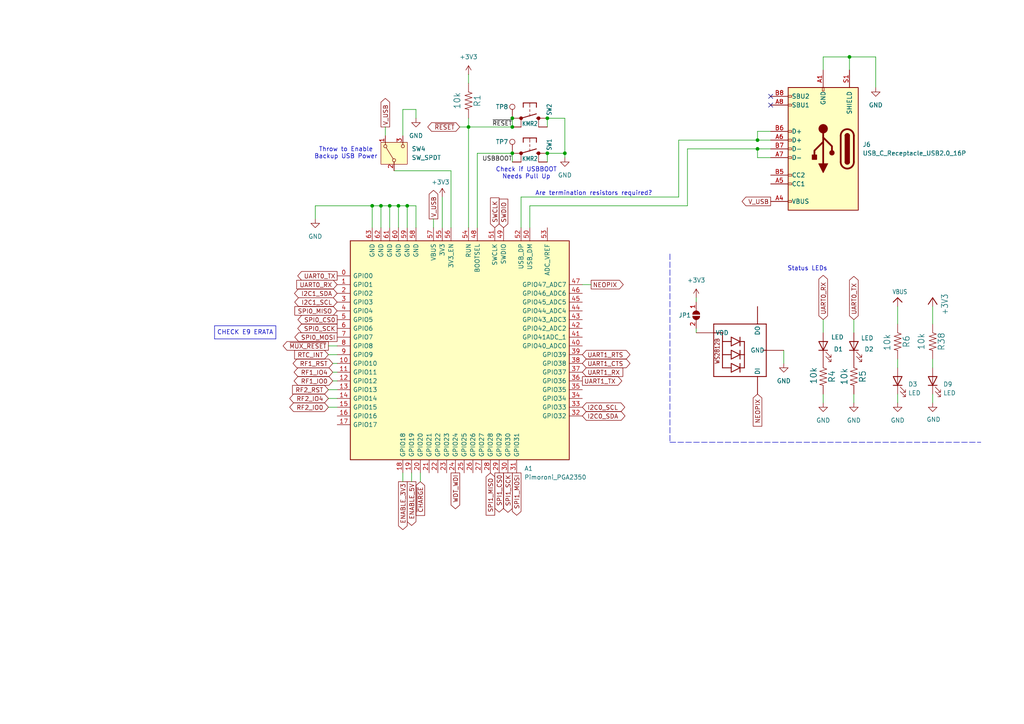
<source format=kicad_sch>
(kicad_sch (version 20231120) (generator "eeschema") (generator_version "8.0")
  (paper "A4")
  (lib_symbols
    (symbol "+3V3_2" (power) (pin_numbers hide) (pin_names (offset 0) hide)
      (property "Value" "+3V3" (at 0 3.556 0))
      (symbol "+3V3_2_0_1"
        (polyline (pts (xy -0.762 1.27) (xy 0 2.54)))
        (polyline (pts (xy 0 0) (xy 0 2.54)))
        (polyline (pts (xy 0 2.54) (xy 0.762 1.27)))
      )
      (symbol "+3V3_2_1_1"
        (pin power_in line (at 0 0 90) (length 0) (name "~") (number "1"))
      )
    )
    (symbol "Adafruit ItsyBitsy RP2040-eagle-import:+3V3" (power)
      (property "Value" "+3V3" (at -2.54 -5.08 90))
      (symbol "+3V3_1_0"
        (polyline (pts (xy 0 0) (xy -1.27 -1.905)) (stroke (width 0.254)))
        (polyline (pts (xy 1.27 -1.905) (xy 0 0)) (stroke (width 0.254)))
        (pin power_in line (at 0 -2.54 90) (length 2.54) (name "+3V3") (number "1"))
      )
    )
    (symbol "Adafruit ItsyBitsy RP2040-eagle-import:SWITCH_TACT_SMT4.6X2.8"
      (property "Reference" "SW" (at -2.54 6.35 0))
      (property "Value" "SWITCH_TACT_SMT4.6X2.8" (at -2.54 -5.08 0))
      (symbol "SWITCH_TACT_SMT4.6X2.8_1_0"
        (circle (center -2.54 0) (radius 0.127) (stroke (width 0.4064)))
        (polyline (pts (xy -2.54 -2.54) (xy -2.54 0)) (stroke (width 0.1524)))
        (polyline (pts (xy -2.54 0) (xy 1.905 1.27)) (stroke (width 0.254)))
        (polyline (pts (xy -1.905 4.445) (xy -1.905 3.175)) (stroke (width 0.254)))
        (polyline (pts (xy 0 1.27) (xy 0 0.635)) (stroke (width 0.1524)))
        (polyline (pts (xy 0 2.54) (xy 0 1.905)) (stroke (width 0.1524)))
        (polyline (pts (xy 0 4.445) (xy -1.905 4.445)) (stroke (width 0.254)))
        (polyline (pts (xy 0 4.445) (xy 0 3.175)) (stroke (width 0.1524)))
        (polyline (pts (xy 1.905 0) (xy 2.54 0)) (stroke (width 0.254)))
        (polyline (pts (xy 1.905 4.445) (xy 0 4.445)) (stroke (width 0.254)))
        (polyline (pts (xy 1.905 4.445) (xy 1.905 3.175)) (stroke (width 0.254)))
        (polyline (pts (xy 2.54 -2.54) (xy 2.54 0)) (stroke (width 0.1524)))
        (circle (center 2.54 0) (radius 0.127) (stroke (width 0.4064)))
        (pin passive line (at -5.08 0 0) (length 2.54) (name "P") (number "A"))
        (pin passive line (at -5.08 -2.54 0) (length 2.54) (name "P1") (number "A'"))
        (pin passive line (at 5.08 0 180) (length 2.54) (name "S") (number "B"))
        (pin passive line (at 5.08 -2.54 180) (length 2.54) (name "S1") (number "B'"))
      )
    )
    (symbol "Adafruit ItsyBitsy RP2040-eagle-import:VBUS" (power)
      (property "Value" "VBUS" (at -1.524 1.016 0))
      (symbol "VBUS_1_0"
        (polyline (pts (xy -1.27 -1.27) (xy 0 0)) (stroke (width 0.254)))
        (polyline (pts (xy 0 0) (xy 1.27 -1.27)) (stroke (width 0.254)))
        (pin power_in line (at 0 -2.54 90) (length 2.54) (name "VBUS") (number "1"))
      )
    )
    (symbol "Adafruit ItsyBitsy RP2040-eagle-import:WS2812B_SK6805_1515"
      (symbol "WS2812B_SK6805_1515_1_0"
        (polyline (pts (xy -7.62 -5.08) (xy 0 -5.08)) (stroke (width 0.254)))
        (polyline (pts (xy -7.62 -2.54) (xy -7.62 -5.08)) (stroke (width 0.254)))
        (polyline (pts (xy -7.62 10.16) (xy -7.62 -2.54)) (stroke (width 0.254)))
        (polyline (pts (xy -6.35 2.54) (xy -5.08 2.54)) (stroke (width 0.254)))
        (polyline (pts (xy -6.35 5.08) (xy -5.08 5.08)) (stroke (width 0.254)))
        (polyline (pts (xy -5.08 2.54) (xy -6.35 5.08)) (stroke (width 0.254)))
        (polyline (pts (xy -5.08 2.54) (xy -5.08 1.27)) (stroke (width 0.254)))
        (polyline (pts (xy -5.08 2.54) (xy -3.81 5.08)) (stroke (width 0.254)))
        (polyline (pts (xy -5.08 5.08) (xy -3.81 5.08)) (stroke (width 0.254)))
        (polyline (pts (xy -5.08 7.62) (xy -5.08 5.08)) (stroke (width 0.254)))
        (polyline (pts (xy -3.81 2.54) (xy -5.08 2.54)) (stroke (width 0.254)))
        (polyline (pts (xy -2.54 2.54) (xy -1.27 2.54)) (stroke (width 0.254)))
        (polyline (pts (xy -2.54 5.08) (xy 0 5.08)) (stroke (width 0.254)))
        (polyline (pts (xy -1.27 1.27) (xy -5.08 1.27)) (stroke (width 0.254)))
        (polyline (pts (xy -1.27 2.54) (xy -2.54 5.08)) (stroke (width 0.254)))
        (polyline (pts (xy -1.27 2.54) (xy -1.27 1.27)) (stroke (width 0.254)))
        (polyline (pts (xy -1.27 2.54) (xy 0 2.54)) (stroke (width 0.254)))
        (polyline (pts (xy -1.27 5.08) (xy -1.27 7.62)) (stroke (width 0.254)))
        (polyline (pts (xy -1.27 7.62) (xy -5.08 7.62)) (stroke (width 0.254)))
        (polyline (pts (xy 0 -5.08) (xy 7.62 -5.08)) (stroke (width 0.254)))
        (polyline (pts (xy 0 -4.064) (xy 0 -5.08)) (stroke (width 0.254)))
        (polyline (pts (xy 0 5.08) (xy -1.27 2.54)) (stroke (width 0.254)))
        (polyline (pts (xy 1.27 5.08) (xy 2.54 2.54)) (stroke (width 0.254)))
        (polyline (pts (xy 1.27 5.08) (xy 2.54 5.08)) (stroke (width 0.254)))
        (polyline (pts (xy 2.54 1.27) (xy -1.27 1.27)) (stroke (width 0.254)))
        (polyline (pts (xy 2.54 2.54) (xy 1.27 2.54)) (stroke (width 0.254)))
        (polyline (pts (xy 2.54 2.54) (xy 2.54 1.27)) (stroke (width 0.254)))
        (polyline (pts (xy 2.54 2.54) (xy 3.81 2.54)) (stroke (width 0.254)))
        (polyline (pts (xy 2.54 2.54) (xy 3.81 5.08)) (stroke (width 0.254)))
        (polyline (pts (xy 2.54 5.08) (xy 2.54 7.62)) (stroke (width 0.254)))
        (polyline (pts (xy 2.54 7.62) (xy -1.27 7.62)) (stroke (width 0.254)))
        (polyline (pts (xy 2.54 7.62) (xy 5.08 7.62)) (stroke (width 0.254)))
        (polyline (pts (xy 3.81 5.08) (xy 2.54 5.08)) (stroke (width 0.254)))
        (polyline (pts (xy 5.08 10.16) (xy -7.62 10.16)) (stroke (width 0.254)))
        (polyline (pts (xy 5.08 10.16) (xy 5.08 7.62)) (stroke (width 0.254)))
        (polyline (pts (xy 7.62 -5.08) (xy 7.62 -2.54)) (stroke (width 0.254)))
        (polyline (pts (xy 7.62 -2.54) (xy 7.62 10.16)) (stroke (width 0.254)))
        (polyline (pts (xy 7.62 10.16) (xy 5.08 10.16)) (stroke (width 0.254)))
        (text "WS2812B" (at -4.064 8.382 0) (effects (font (size 1.27 1.0795)) (justify left bottom)))
        (pin power_in line (at 5.08 15.24 270) (length 5.08) (name "VDD") (number "1"))
        (pin output line (at 12.7 -2.54 180) (length 5.08) (name "DO") (number "2"))
        (pin power_in line (at 0 -10.16 90) (length 5.08) (name "GND") (number "3"))
        (pin input line (at -12.7 -2.54 0) (length 5.08) (name "DI") (number "4"))
      )
    )
    (symbol "Connector:TestPoint" (pin_numbers hide) (pin_names (offset 0.762) hide)
      (property "Reference" "TP" (at 0 6.858 0))
      (property "Value" "TestPoint" (at 0 5.08 0))
      (symbol "TestPoint_0_1"
        (circle (center 0 3.302) (radius 0.762))
      )
      (symbol "TestPoint_1_1"
        (pin passive line (at 0 0 90) (length 2.54) (name "1") (number "1"))
      )
    )
    (symbol "Connector:USB_C_Receptacle_USB2.0_16P" (pin_names (offset 1.016))
      (property "Reference" "J" (at 0 22.225 0))
      (property "Value" "USB_C_Receptacle_USB2.0_16P" (at 0 19.685 0))
      (symbol "USB_C_Receptacle_USB2.0_16P_0_0"
        (rectangle (start -0.254 -17.78) (end 0.254 -16.764))
        (rectangle (start 10.16 -14.986) (end 9.144 -15.494))
        (rectangle (start 10.16 -12.446) (end 9.144 -12.954))
        (rectangle (start 10.16 -4.826) (end 9.144 -5.334))
        (rectangle (start 10.16 -2.286) (end 9.144 -2.794))
        (rectangle (start 10.16 0.254) (end 9.144 -0.254))
        (rectangle (start 10.16 2.794) (end 9.144 2.286))
        (rectangle (start 10.16 7.874) (end 9.144 7.366))
        (rectangle (start 10.16 10.414) (end 9.144 9.906))
        (rectangle (start 10.16 15.494) (end 9.144 14.986))
      )
      (symbol "USB_C_Receptacle_USB2.0_16P_0_1"
        (rectangle (start -10.16 17.78) (end 10.16 -17.78) (stroke (width 0.254)) (fill (type background)))
        (arc (start -8.89 -3.81) (mid -6.985 -5.7067) (end -5.08 -3.81) (stroke (width 0.508)))
        (arc (start -7.62 -3.81) (mid -6.985 -4.4423) (end -6.35 -3.81) (stroke (width 0.254)))
        (arc (start -7.62 -3.81) (mid -6.985 -4.4423) (end -6.35 -3.81) (stroke (width 0.254)) (fill (type outline)))
        (rectangle (start -7.62 -3.81) (end -6.35 3.81) (stroke (width 0.254)) (fill (type outline)))
        (arc (start -6.35 3.81) (mid -6.985 4.4423) (end -7.62 3.81) (stroke (width 0.254)))
        (arc (start -6.35 3.81) (mid -6.985 4.4423) (end -7.62 3.81) (stroke (width 0.254)) (fill (type outline)))
        (arc (start -5.08 3.81) (mid -6.985 5.7067) (end -8.89 3.81) (stroke (width 0.508)))
        (circle (center -2.54 1.143) (radius 0.635) (stroke (width 0.254)) (fill (type outline)))
        (circle (center 0 -5.842) (radius 1.27) (fill (type outline)))
        (polyline (pts (xy -8.89 -3.81) (xy -8.89 3.81)) (stroke (width 0.508)))
        (polyline (pts (xy -5.08 3.81) (xy -5.08 -3.81)) (stroke (width 0.508)))
        (polyline (pts (xy 0 -5.842) (xy 0 4.318)) (stroke (width 0.508)))
        (polyline (pts (xy 0 -3.302) (xy -2.54 -0.762) (xy -2.54 0.508)) (stroke (width 0.508)))
        (polyline (pts (xy 0 -2.032) (xy 2.54 0.508) (xy 2.54 1.778)) (stroke (width 0.508)))
        (polyline (pts (xy -1.27 4.318) (xy 0 6.858) (xy 1.27 4.318) (xy -1.27 4.318)) (stroke (width 0.254)) (fill (type outline)))
        (rectangle (start 1.905 1.778) (end 3.175 3.048) (stroke (width 0.254)) (fill (type outline)))
      )
      (symbol "USB_C_Receptacle_USB2.0_16P_1_1"
        (pin passive line (at 0 -22.86 90) (length 5.08) (name "GND") (number "A1"))
        (pin passive line (at 0 -22.86 90) (length 5.08) hide (name "GND") (number "A12"))
        (pin passive line (at 15.24 15.24 180) (length 5.08) (name "VBUS") (number "A4"))
        (pin bidirectional line (at 15.24 10.16 180) (length 5.08) (name "CC1") (number "A5"))
        (pin bidirectional line (at 15.24 -2.54 180) (length 5.08) (name "D+") (number "A6"))
        (pin bidirectional line (at 15.24 2.54 180) (length 5.08) (name "D-") (number "A7"))
        (pin bidirectional line (at 15.24 -12.7 180) (length 5.08) (name "SBU1") (number "A8"))
        (pin passive line (at 15.24 15.24 180) (length 5.08) hide (name "VBUS") (number "A9"))
        (pin passive line (at 0 -22.86 90) (length 5.08) hide (name "GND") (number "B1"))
        (pin passive line (at 0 -22.86 90) (length 5.08) hide (name "GND") (number "B12"))
        (pin passive line (at 15.24 15.24 180) (length 5.08) hide (name "VBUS") (number "B4"))
        (pin bidirectional line (at 15.24 7.62 180) (length 5.08) (name "CC2") (number "B5"))
        (pin bidirectional line (at 15.24 -5.08 180) (length 5.08) (name "D+") (number "B6"))
        (pin bidirectional line (at 15.24 0 180) (length 5.08) (name "D-") (number "B7"))
        (pin bidirectional line (at 15.24 -15.24 180) (length 5.08) (name "SBU2") (number "B8"))
        (pin passive line (at 15.24 15.24 180) (length 5.08) hide (name "VBUS") (number "B9"))
        (pin passive line (at -7.62 -22.86 90) (length 5.08) (name "SHIELD") (number "S1"))
      )
    )
    (symbol "Device:LED" (pin_numbers hide) (pin_names (offset 1.016) hide)
      (property "Reference" "D" (at 0 2.54 0))
      (property "Value" "LED" (at 0 -2.54 0))
      (symbol "LED_0_1"
        (polyline (pts (xy -1.27 -1.27) (xy -1.27 1.27)) (stroke (width 0.254)))
        (polyline (pts (xy -1.27 0) (xy 1.27 0)))
        (polyline (pts (xy 1.27 -1.27) (xy 1.27 1.27) (xy -1.27 0) (xy 1.27 -1.27)) (stroke (width 0.254)))
        (polyline (pts (xy -3.048 -0.762) (xy -4.572 -2.286) (xy -3.81 -2.286) (xy -4.572 -2.286) (xy -4.572 -1.524)))
        (polyline (pts (xy -1.778 -0.762) (xy -3.302 -2.286) (xy -2.54 -2.286) (xy -3.302 -2.286) (xy -3.302 -1.524)))
      )
      (symbol "LED_1_1"
        (pin passive line (at -3.81 0 0) (length 2.54) (name "K") (number "1"))
        (pin passive line (at 3.81 0 180) (length 2.54) (name "A") (number "2"))
      )
    )
    (symbol "Device:R_Pack04" (pin_names (offset 0) hide)
      (property "Reference" "RN" (at -7.62 0 90))
      (property "Value" "R_Pack04" (at 5.08 0 90))
      (symbol "R_Pack04_0_1"
        (rectangle (start -6.35 -2.413) (end 3.81 2.413) (stroke (width 0.254)) (fill (type background)))
        (rectangle (start -5.715 1.905) (end -4.445 -1.905) (stroke (width 0.254)))
        (rectangle (start -3.175 1.905) (end -1.905 -1.905) (stroke (width 0.254)))
        (rectangle (start -0.635 1.905) (end 0.635 -1.905) (stroke (width 0.254)))
        (polyline (pts (xy -5.08 -2.54) (xy -5.08 -1.905)))
        (polyline (pts (xy -5.08 1.905) (xy -5.08 2.54)))
        (polyline (pts (xy -2.54 -2.54) (xy -2.54 -1.905)))
        (polyline (pts (xy -2.54 1.905) (xy -2.54 2.54)))
        (polyline (pts (xy 0 -2.54) (xy 0 -1.905)))
        (polyline (pts (xy 0 1.905) (xy 0 2.54)))
        (polyline (pts (xy 2.54 -2.54) (xy 2.54 -1.905)))
        (polyline (pts (xy 2.54 1.905) (xy 2.54 2.54)))
        (rectangle (start 1.905 1.905) (end 3.175 -1.905) (stroke (width 0.254)))
      )
      (symbol "R_Pack04_1_1"
        (pin passive line (at -5.08 -5.08 90) (length 2.54) (name "R1.1") (number "1"))
        (pin passive line (at -2.54 -5.08 90) (length 2.54) (name "R2.1") (number "2"))
        (pin passive line (at 0 -5.08 90) (length 2.54) (name "R3.1") (number "3"))
        (pin passive line (at 2.54 -5.08 90) (length 2.54) (name "R4.1") (number "4"))
        (pin passive line (at 2.54 5.08 270) (length 2.54) (name "R4.2") (number "5"))
        (pin passive line (at 0 5.08 270) (length 2.54) (name "R3.2") (number "6"))
        (pin passive line (at -2.54 5.08 270) (length 2.54) (name "R2.2") (number "7"))
        (pin passive line (at -5.08 5.08 270) (length 2.54) (name "R1.2") (number "8"))
      )
    )
    (symbol "GND_1" (power) (pin_numbers hide) (pin_names (offset 0) hide)
      (property "Value" "GND" (at 0 -3.81 0))
      (symbol "GND_1_0_1"
        (polyline (pts (xy 0 0) (xy 0 -1.27) (xy 1.27 -1.27) (xy 0 -2.54) (xy -1.27 -1.27) (xy 0 -1.27)))
      )
      (symbol "GND_1_1_1"
        (pin power_in line (at 0 0 270) (length 0) (name "~") (number "1"))
      )
    )
    (symbol "Jumper:SolderJumper_2_Open" (pin_names (offset 0) hide)
      (property "Reference" "JP" (at 0 2.032 0))
      (property "Value" "SolderJumper_2_Open" (at 0 -2.54 0))
      (symbol "SolderJumper_2_Open_0_1"
        (arc (start -0.254 1.016) (mid -1.2656 0) (end -0.254 -1.016))
        (arc (start -0.254 1.016) (mid -1.2656 0) (end -0.254 -1.016) (fill (type outline)))
        (polyline (pts (xy -0.254 1.016) (xy -0.254 -1.016)))
        (polyline (pts (xy 0.254 1.016) (xy 0.254 -1.016)))
        (arc (start 0.254 -1.016) (mid 1.2656 0) (end 0.254 1.016))
        (arc (start 0.254 -1.016) (mid 1.2656 0) (end 0.254 1.016) (fill (type outline)))
      )
      (symbol "SolderJumper_2_Open_1_1"
        (pin passive line (at -3.81 0 0) (length 2.54) (name "A") (number "1"))
        (pin passive line (at 3.81 0 180) (length 2.54) (name "B") (number "2"))
      )
    )
    (symbol "PGA2350:Pimoroni_PGA2350" (pin_names (offset 0.762))
      (property "Reference" "A1" (at 18.7041 -34.29 0))
      (property "Value" "Pimoroni_PGA2350" (at 18.7041 -36.83 0))
      (symbol "Pimoroni_PGA2350_0_1"
        (rectangle (start -31.75 31.75) (end 31.75 -31.75) (stroke (width 0.254)) (fill (type background)))
      )
      (symbol "Pimoroni_PGA2350_1_1"
        (pin bidirectional line (at -35.56 21.59 0) (length 3.81) (name "GPIO0") (number "0"))
        (pin bidirectional line (at -35.56 19.05 0) (length 3.81) (name "GPIO1") (number "1"))
        (pin bidirectional line (at -35.56 -3.81 0) (length 3.81) (name "GPIO10") (number "10"))
        (pin bidirectional line (at -35.56 -6.35 0) (length 3.81) (name "GPIO11") (number "11"))
        (pin bidirectional line (at -35.56 -8.89 0) (length 3.81) (name "GPIO12") (number "12"))
        (pin bidirectional line (at -35.56 -11.43 0) (length 3.81) (name "GPIO13") (number "13"))
        (pin bidirectional line (at -35.56 -13.97 0) (length 3.81) (name "GPIO14") (number "14"))
        (pin bidirectional line (at -35.56 -16.51 0) (length 3.81) (name "GPIO15") (number "15"))
        (pin bidirectional line (at -35.56 -19.05 0) (length 3.81) (name "GPIO16") (number "16"))
        (pin bidirectional line (at -35.56 -21.59 0) (length 3.81) (name "GPIO17") (number "17"))
        (pin bidirectional line (at -16.51 -35.56 90) (length 3.81) (name "GPIO18") (number "18"))
        (pin bidirectional line (at -13.97 -35.56 90) (length 3.81) (name "GPIO19") (number "19"))
        (pin bidirectional line (at -35.56 16.51 0) (length 3.81) (name "GPIO2") (number "2"))
        (pin bidirectional line (at -11.43 -35.56 90) (length 3.81) (name "GPIO20") (number "20"))
        (pin bidirectional line (at -8.89 -35.56 90) (length 3.81) (name "GPIO21") (number "21"))
        (pin bidirectional line (at -6.35 -35.56 90) (length 3.81) (name "GPIO22") (number "22"))
        (pin bidirectional line (at -3.81 -35.56 90) (length 3.81) (name "GPIO23") (number "23"))
        (pin bidirectional line (at -1.27 -35.56 90) (length 3.81) (name "GPIO24") (number "24"))
        (pin bidirectional line (at 1.27 -35.56 90) (length 3.81) (name "GPIO25") (number "25"))
        (pin bidirectional line (at 3.81 -35.56 90) (length 3.81) (name "GPIO26") (number "26"))
        (pin bidirectional line (at 6.35 -35.56 90) (length 3.81) (name "GPIO27") (number "27"))
        (pin bidirectional line (at 8.89 -35.56 90) (length 3.81) (name "GPIO28") (number "28"))
        (pin bidirectional line (at 11.43 -35.56 90) (length 3.81) (name "GPIO29") (number "29"))
        (pin bidirectional line (at -35.56 13.97 0) (length 3.81) (name "GPIO3") (number "3"))
        (pin bidirectional line (at 13.97 -35.56 90) (length 3.81) (name "GPIO30") (number "30"))
        (pin bidirectional line (at 16.51 -35.56 90) (length 3.81) (name "GPIO31") (number "31"))
        (pin bidirectional line (at 35.56 -19.05 180) (length 3.81) (name "GPIO32") (number "32"))
        (pin bidirectional line (at 35.56 -16.51 180) (length 3.81) (name "GPIO33") (number "33"))
        (pin bidirectional line (at 35.56 -13.97 180) (length 3.81) (name "GPIO34") (number "34"))
        (pin bidirectional line (at 35.56 -11.43 180) (length 3.81) (name "GPIO35") (number "35"))
        (pin bidirectional line (at 35.56 -8.89 180) (length 3.81) (name "GPIO36") (number "36"))
        (pin bidirectional line (at 35.56 -6.35 180) (length 3.81) (name "GPIO37") (number "37"))
        (pin bidirectional line (at 35.56 -3.81 180) (length 3.81) (name "GPIO38") (number "38"))
        (pin bidirectional line (at 35.56 -1.27 180) (length 3.81) (name "GPIO39") (number "39"))
        (pin bidirectional line (at -35.56 11.43 0) (length 3.81) (name "GPIO4") (number "4"))
        (pin bidirectional line (at 35.56 1.27 180) (length 3.81) (name "GPIO40_ADC0") (number "40"))
        (pin bidirectional line (at 35.56 3.81 180) (length 3.81) (name "GPIO41ADC_1") (number "41"))
        (pin bidirectional line (at 35.56 6.35 180) (length 3.81) (name "GPIO42_ADC2") (number "42"))
        (pin bidirectional line (at 35.56 8.89 180) (length 3.81) (name "GPIO43_ADC3") (number "43"))
        (pin bidirectional line (at 35.56 11.43 180) (length 3.81) (name "GPIO44_ADC4") (number "44"))
        (pin bidirectional line (at 35.56 13.97 180) (length 3.81) (name "GPIO45_ADC5") (number "45"))
        (pin bidirectional line (at 35.56 16.51 180) (length 3.81) (name "GPIO46_ADC6") (number "46"))
        (pin bidirectional line (at 35.56 19.05 180) (length 3.81) (name "GPIO47_ADC7") (number "47"))
        (pin bidirectional line (at 5.08 35.56 270) (length 3.81) (name "BOOTSEL") (number "48"))
        (pin bidirectional line (at 12.7 35.56 270) (length 3.81) (name "SWDIO") (number "49"))
        (pin bidirectional line (at -35.56 8.89 0) (length 3.81) (name "GPIO5") (number "5"))
        (pin bidirectional line (at 20.32 35.56 270) (length 3.81) (name "USB_DM") (number "50"))
        (pin bidirectional line (at 10.16 35.56 270) (length 3.81) (name "SWCLK") (number "51"))
        (pin bidirectional line (at 17.78 35.56 270) (length 3.81) (name "USB_DP") (number "52"))
        (pin bidirectional line (at 25.4 35.56 270) (length 3.81) (name "ADC_VREF") (number "53"))
        (pin bidirectional line (at 2.54 35.56 270) (length 3.81) (name "RUN") (number "54"))
        (pin bidirectional line (at -5.08 35.56 270) (length 3.81) (name "3V3") (number "55"))
        (pin bidirectional line (at -2.54 35.56 270) (length 3.81) (name "3V3_EN") (number "56"))
        (pin bidirectional line (at -7.62 35.56 270) (length 3.81) (name "VBUS") (number "57"))
        (pin power_out line (at -12.7 35.56 270) (length 3.81) (name "GND") (number "58"))
        (pin power_out line (at -15.24 35.56 270) (length 3.81) (name "GND") (number "59"))
        (pin bidirectional line (at -35.56 6.35 0) (length 3.81) (name "GPIO6") (number "6"))
        (pin power_out line (at -17.78 35.56 270) (length 3.81) (name "GND") (number "60"))
        (pin power_out line (at -20.32 35.56 270) (length 3.81) (name "GND") (number "61"))
        (pin power_out line (at -22.86 35.56 270) (length 3.81) (name "GND") (number "62"))
        (pin power_out line (at -25.4 35.56 270) (length 3.81) (name "GND") (number "63"))
        (pin bidirectional line (at -35.56 3.81 0) (length 3.81) (name "GPIO7") (number "7"))
        (pin bidirectional line (at -35.56 1.27 0) (length 3.81) (name "GPIO8") (number "8"))
        (pin bidirectional line (at -35.56 -1.27 0) (length 3.81) (name "GPIO9") (number "9"))
      )
    )
    (symbol "Switch:SW_SPDT" (pin_names (offset 0) hide)
      (property "Reference" "SW" (at 0 5.08 0))
      (property "Value" "SW_SPDT" (at 0 -5.08 0))
      (symbol "SW_SPDT_0_1"
        (circle (center -2.032 0) (radius 0.4572))
        (polyline (pts (xy -1.651 0.254) (xy 1.651 2.286)))
        (circle (center 2.032 -2.54) (radius 0.4572))
        (circle (center 2.032 2.54) (radius 0.4572))
      )
      (symbol "SW_SPDT_1_1"
        (rectangle (start -3.175 3.81) (end 3.175 -3.81) (fill (type background)))
        (pin passive line (at 5.08 2.54 180) (length 2.54) (name "A") (number "1"))
        (pin passive line (at -5.08 0 0) (length 2.54) (name "B") (number "2"))
        (pin passive line (at 5.08 -2.54 180) (length 2.54) (name "C") (number "3"))
      )
    )
    (symbol "mainboard:RESISTOR0603" (pin_names (offset 1.016))
      (property "Reference" "R" (at 0 1.524 0))
      (property "Value" "RESISTOR0603" (at 0 -1.524 0))
      (symbol "RESISTOR0603_1_0"
        (polyline (pts (xy -2.54 0) (xy -2.159 1.016)))
        (polyline (pts (xy -2.159 1.016) (xy -1.524 -1.016)))
        (polyline (pts (xy -1.524 -1.016) (xy -0.889 1.016)))
        (polyline (pts (xy -0.889 1.016) (xy -0.254 -1.016)))
        (polyline (pts (xy -0.254 -1.016) (xy 0.381 1.016)))
        (polyline (pts (xy 0.381 1.016) (xy 1.016 -1.016)))
        (polyline (pts (xy 1.016 -1.016) (xy 1.651 1.016)))
        (polyline (pts (xy 1.651 1.016) (xy 2.286 -1.016)))
        (polyline (pts (xy 2.286 -1.016) (xy 2.54 0)))
        (pin passive line (at -5.08 0 0) (length 2.54) (name "1") (number "1"))
        (pin passive line (at 5.08 0 180) (length 2.54) (name "2") (number "2"))
      )
    )
    (symbol "power:GND" (power) (pin_names (offset 0))
      (property "Value" "GND" (at 0 -3.81 0))
      (symbol "GND_0_1"
        (polyline (pts (xy 0 0) (xy 0 -1.27) (xy 1.27 -1.27) (xy 0 -2.54) (xy -1.27 -1.27) (xy 0 -1.27)))
      )
      (symbol "GND_1_1"
        (pin power_in line (at 0 0 270) (length 0) hide (name "GND") (number "1"))
      )
    )
  )
  (junction (at -36.83 33.02))
  (junction (at 135.89 36.83))
  (junction (at 246.38 16.51))
  (junction (at 118.11 59.69))
  (junction (at 219.71 40.64))
  (junction (at 163.83 44.45))
  (junction (at 113.03 59.69))
  (junction (at 110.49 59.69))
  (junction (at -35.56 33.02))
  (junction (at 148.59 44.45))
  (junction (at 158.75 34.29))
  (junction (at 148.59 34.29))
  (junction (at -34.29 33.02))
  (junction (at 115.57 59.69))
  (junction (at 107.95 59.69))
  (junction (at 158.75 44.45))
  (junction (at 148.59 36.83))
  (junction (at 219.71 43.18))
  (no_connect (at 223.52 30.48))
  (no_connect (at 223.52 27.94))
  (wire (pts (xy 246.38 16.51) (xy 254 16.51)))
  (wire (pts (xy 110.49 66.04) (xy 110.49 59.69)))
  (wire (pts (xy 270.51 114.3) (xy 270.51 116.84)))
  (wire (pts (xy 113.03 59.69) (xy 110.49 59.69)))
  (wire (pts (xy 219.71 40.64) (xy 223.52 40.64)))
  (wire (pts (xy -31.75 36.83) (xy -31.75 33.02)))
  (wire (pts (xy 120.65 31.75) (xy 120.65 34.29)))
  (polyline (pts (xy 80.01 98.298) (xy 80.01 94.488)))
  (wire (pts (xy 238.76 20.32) (xy 238.76 16.51)))
  (wire (pts (xy 135.89 21.59) (xy 135.89 24.13)))
  (wire (pts (xy 148.59 44.45) (xy 148.59 46.99)))
  (wire (pts (xy 135.89 34.29) (xy 135.89 36.83)))
  (wire (pts (xy 270.51 93.98) (xy 270.51 88.9)))
  (wire (pts (xy 116.84 31.75) (xy 120.65 31.75)))
  (wire (pts (xy 116.84 137.16) (xy 116.84 139.7)))
  (wire (pts (xy -36.83 33.02) (xy -39.37 33.02)))
  (wire (pts (xy 119.38 137.16) (xy 119.38 139.7)))
  (wire (pts (xy 199.39 43.18) (xy 219.71 43.18)))
  (wire (pts (xy -36.83 33.02) (xy -36.83 36.83)))
  (wire (pts (xy 95.25 115.57) (xy 97.79 115.57)))
  (wire (pts (xy 201.93 95.25) (xy 201.93 96.52)))
  (wire (pts (xy 125.73 63.5) (xy 125.73 66.04)))
  (wire (pts (xy 163.83 34.29) (xy 163.83 44.45)))
  (wire (pts (xy 219.71 40.64) (xy 219.71 38.1)))
  (wire (pts (xy 111.76 36.83) (xy 111.76 39.37)))
  (polyline (pts (xy 194.31 73.66) (xy 194.31 128.27)) (stroke (width 0) (type dash)))
  (wire (pts (xy 238.76 16.51) (xy 246.38 16.51)))
  (wire (pts (xy 168.91 82.55) (xy 171.45 82.55)))
  (wire (pts (xy 95.25 102.87) (xy 97.79 102.87)))
  (wire (pts (xy 95.25 118.11) (xy 97.79 118.11)))
  (wire (pts (xy 138.43 66.04) (xy 138.43 44.45)))
  (wire (pts (xy 254 16.51) (xy 254 25.4)))
  (wire (pts (xy 96.52 105.41) (xy 97.79 105.41)))
  (wire (pts (xy 91.44 59.69) (xy 107.95 59.69)))
  (wire (pts (xy 151.13 66.04) (xy 151.13 57.15)))
  (wire (pts (xy 135.89 36.83) (xy 148.59 36.83)))
  (wire (pts (xy 158.75 46.99) (xy 158.75 44.45)))
  (wire (pts (xy 153.67 59.69) (xy 199.39 59.69)))
  (polyline (pts (xy 62.23 94.488) (xy 62.23 98.298)))
  (wire (pts (xy 219.71 43.18) (xy 223.52 43.18)))
  (wire (pts (xy 219.71 43.18) (xy 219.71 45.72)))
  (wire (pts (xy 238.76 116.84) (xy 238.76 114.3)))
  (wire (pts (xy 120.65 66.04) (xy 120.65 59.69)))
  (wire (pts (xy 113.03 66.04) (xy 113.03 59.69)))
  (wire (pts (xy 148.59 36.83) (xy 148.59 34.29)))
  (wire (pts (xy 96.52 107.95) (xy 97.79 107.95)))
  (wire (pts (xy 260.35 104.14) (xy 260.35 106.68)))
  (polyline (pts (xy 62.23 98.298) (xy 80.01 98.298)))
  (wire (pts (xy 201.93 86.36) (xy 201.93 87.63)))
  (wire (pts (xy 163.83 44.45) (xy 163.83 45.72)))
  (wire (pts (xy 121.92 137.16) (xy 121.92 139.7)))
  (wire (pts (xy 115.57 66.04) (xy 115.57 59.69)))
  (wire (pts (xy -34.29 36.83) (xy -34.29 33.02)))
  (wire (pts (xy 219.71 45.72) (xy 223.52 45.72)))
  (wire (pts (xy -39.37 33.02) (xy -39.37 36.83)))
  (wire (pts (xy -35.56 33.02) (xy -36.83 33.02)))
  (wire (pts (xy 158.75 34.29) (xy 158.75 36.83)))
  (wire (pts (xy -31.75 33.02) (xy -34.29 33.02)))
  (wire (pts (xy 95.25 113.03) (xy 97.79 113.03)))
  (wire (pts (xy 135.89 66.04) (xy 135.89 36.83)))
  (wire (pts (xy 158.75 44.45) (xy 163.83 44.45)))
  (wire (pts (xy 158.75 34.29) (xy 163.83 34.29)))
  (wire (pts (xy 196.85 40.64) (xy 219.71 40.64)))
  (wire (pts (xy 199.39 59.69) (xy 199.39 43.18)))
  (wire (pts (xy 238.76 92.71) (xy 238.76 96.52)))
  (wire (pts (xy 219.71 38.1) (xy 223.52 38.1)))
  (wire (pts (xy 115.57 59.69) (xy 113.03 59.69)))
  (wire (pts (xy -34.29 33.02) (xy -35.56 33.02)))
  (wire (pts (xy 260.35 114.3) (xy 260.35 116.84)))
  (wire (pts (xy 107.95 59.69) (xy 107.95 66.04)))
  (wire (pts (xy 96.52 110.49) (xy 97.79 110.49)))
  (wire (pts (xy 138.43 44.45) (xy 148.59 44.45)))
  (wire (pts (xy 130.81 49.53) (xy 114.3 49.53)))
  (wire (pts (xy 110.49 59.69) (xy 107.95 59.69)))
  (wire (pts (xy 130.81 66.04) (xy 130.81 49.53)))
  (wire (pts (xy 260.35 93.98) (xy 260.35 88.9)))
  (wire (pts (xy 133.35 36.83) (xy 135.89 36.83)))
  (wire (pts (xy 118.11 59.69) (xy 120.65 59.69)))
  (wire (pts (xy 118.11 59.69) (xy 115.57 59.69)))
  (wire (pts (xy 118.11 66.04) (xy 118.11 59.69)))
  (wire (pts (xy 247.65 92.71) (xy 247.65 96.52)))
  (wire (pts (xy 196.85 57.15) (xy 196.85 40.64)))
  (wire (pts (xy 128.27 57.15) (xy 128.27 66.04)))
  (wire (pts (xy -35.56 31.75) (xy -35.56 33.02)))
  (wire (pts (xy 95.25 100.33) (xy 97.79 100.33)))
  (wire (pts (xy 153.67 66.04) (xy 153.67 59.69)))
  (polyline (pts (xy 62.23 94.488) (xy 80.01 94.488)))
  (wire (pts (xy 151.13 57.15) (xy 196.85 57.15)))
  (wire (pts (xy 116.84 39.37) (xy 116.84 31.75)))
  (wire (pts (xy 91.44 63.5) (xy 91.44 59.69)))
  (wire (pts (xy 270.51 104.14) (xy 270.51 106.68)))
  (wire (pts (xy 247.65 116.84) (xy 247.65 114.3)))
  (wire (pts (xy 246.38 16.51) (xy 246.38 20.32)))
  (polyline (pts (xy 194.31 128.27) (xy 284.48 128.27)) (stroke (width 0) (type dash)))
  (wire (pts (xy 227.33 105.41) (xy 227.33 101.6)))
  (text "Check if USBBOOT\nNeeds Pull Up" (at 152.654 50.292 0) (effects (font (size 1.27 1.27))))
  (text "Throw to Enable\nBackup USB Power" (at 100.33 44.45 0) (effects (font (size 1.27 1.27))))
  (text "Status LEDs" (at 234.188 77.978 0) (effects (font (size 1.27 1.27))))
  (text "CHECK E9 ERATA" (at 71.12 96.52 0) (effects (font (size 1.27 1.27))))
  (text "Are termination resistors required?" (at 172.212 56.134 0) (effects (font (size 1.27 1.27))))
  (label "~{RESET}" (at 148.59 36.83 180) (effects (font (size 1.2446 1.2446))))
  (label "USBBOOT" (at 148.59 46.99 180) (effects (font (size 1.2446 1.2446))))
  (global_label "SPI1_MISO" (shape input) (at 142.24 137.16 270) (property "Intersheetrefs" "${INTERSHEET_REFS}" (effects (hide yes))))
  (global_label "~{CHARGE}" (shape input) (at 121.92 139.7 270) (property "Intersheetrefs" "${INTERSHEET_REFS}" (effects (hide yes))))
  (global_label "SPI1_SCK" (shape output) (at 147.32 137.16 270) (property "Intersheetrefs" "${INTERSHEET_REFS}" (effects (hide yes))))
  (global_label "SPI0_MOSI" (shape output) (at 97.79 97.79 180) (property "Intersheetrefs" "${INTERSHEET_REFS}" (effects (hide yes))))
  (global_label "WDT_WDI" (shape output) (at 132.08 137.16 270) (effects (font (thickness 0.1588))) (property "Intersheetrefs" "${INTERSHEET_REFS}" (effects (hide yes))))
  (global_label "UART1_RX" (shape input) (at 168.91 107.95 0) (property "Intersheetrefs" "${INTERSHEET_REFS}" (effects (hide yes))))
  (global_label "I2C1_SCL" (shape bidirectional) (at 97.79 87.63 180) (property "Intersheetrefs" "${INTERSHEET_REFS}" (effects (hide yes))))
  (global_label "I2C0_SCL" (shape bidirectional) (at 168.91 118.11 0) (property "Intersheetrefs" "${INTERSHEET_REFS}" (effects (hide yes))))
  (global_label "~{MUX_RESET}" (shape output) (at 95.25 100.33 180) (property "Intersheetrefs" "${INTERSHEET_REFS}" (effects (hide yes))))
  (global_label "I2C0_SDA" (shape bidirectional) (at 168.91 120.65 0) (property "Intersheetrefs" "${INTERSHEET_REFS}" (effects (hide yes))))
  (global_label "RF1_IO4" (shape bidirectional) (at 96.52 107.95 180) (property "Intersheetrefs" "${INTERSHEET_REFS}" (effects (hide yes))))
  (global_label "I2C1_SDA" (shape bidirectional) (at 97.79 85.09 180) (property "Intersheetrefs" "${INTERSHEET_REFS}" (effects (hide yes))))
  (global_label "UART0_RX" (shape input) (at 97.79 82.55 180) (property "Intersheetrefs" "${INTERSHEET_REFS}" (effects (hide yes))))
  (global_label "SPI0_MISO" (shape input) (at 97.79 90.17 180) (property "Intersheetrefs" "${INTERSHEET_REFS}" (effects (hide yes))))
  (global_label "UART0_TX" (shape output) (at 97.79 80.01 180) (property "Intersheetrefs" "${INTERSHEET_REFS}" (effects (hide yes))))
  (global_label "UART0_RX" (shape bidirectional) (at 238.76 92.71 90) (property "Intersheetrefs" "${INTERSHEET_REFS}" (effects (hide yes))))
  (global_label "SPI1_CS0" (shape output) (at 144.78 137.16 270) (property "Intersheetrefs" "${INTERSHEET_REFS}" (effects (hide yes))))
  (global_label "NEOPIX" (shape output) (at 171.45 82.55 0) (property "Intersheetrefs" "${INTERSHEET_REFS}" (effects (hide yes))))
  (global_label "RTC_INT" (shape input) (at 95.25 102.87 180) (property "Intersheetrefs" "${INTERSHEET_REFS}" (effects (hide yes))))
  (global_label "SWCLK" (shape input) (at 143.51 66.04 90) (property "Intersheetrefs" "${INTERSHEET_REFS}" (effects (hide yes))))
  (global_label "SPI1_MOSI" (shape output) (at 149.86 137.16 270) (property "Intersheetrefs" "${INTERSHEET_REFS}" (effects (hide yes))))
  (global_label "UART1_TX" (shape output) (at 168.91 110.49 0) (property "Intersheetrefs" "${INTERSHEET_REFS}" (effects (hide yes))))
  (global_label "RF1_RST" (shape bidirectional) (at 96.52 105.41 180) (property "Intersheetrefs" "${INTERSHEET_REFS}" (effects (hide yes))))
  (global_label "ENABLE_3V3" (shape output) (at 116.84 139.7 270) (property "Intersheetrefs" "${INTERSHEET_REFS}" (effects (hide yes))))
  (global_label "V_USB" (shape output) (at 111.76 36.83 90) (property "Intersheetrefs" "${INTERSHEET_REFS}" (effects (hide yes))))
  (global_label "~{RESET}" (shape bidirectional) (at 133.35 36.83 180) (property "Intersheetrefs" "${INTERSHEET_REFS}" (effects (hide yes))))
  (global_label "SPI0_CS0" (shape output) (at 97.79 92.71 180) (property "Intersheetrefs" "${INTERSHEET_REFS}" (effects (hide yes))))
  (global_label "RF1_IO0" (shape bidirectional) (at 96.52 110.49 180) (property "Intersheetrefs" "${INTERSHEET_REFS}" (effects (hide yes))))
  (global_label "SPI0_SCK" (shape output) (at 97.79 95.25 180) (property "Intersheetrefs" "${INTERSHEET_REFS}" (effects (hide yes))))
  (global_label "NEOPIX" (shape input) (at 219.71 114.3 270) (property "Intersheetrefs" "${INTERSHEET_REFS}" (effects (hide yes))))
  (global_label "V_USB" (shape output) (at 125.73 63.5 90) (property "Intersheetrefs" "${INTERSHEET_REFS}" (effects (hide yes))))
  (global_label "UART1_RTS" (shape bidirectional) (at 168.91 102.87 0) (property "Intersheetrefs" "${INTERSHEET_REFS}" (effects (hide yes))))
  (global_label "ENABLE_5V" (shape output) (at 119.38 139.7 270) (property "Intersheetrefs" "${INTERSHEET_REFS}" (effects (hide yes))))
  (global_label "RF2_IO0" (shape bidirectional) (at 95.25 118.11 180) (property "Intersheetrefs" "${INTERSHEET_REFS}" (effects (hide yes))))
  (global_label "RF2_IO4" (shape bidirectional) (at 95.25 115.57 180) (property "Intersheetrefs" "${INTERSHEET_REFS}" (effects (hide yes))))
  (global_label "V_USB" (shape output) (at 223.52 58.42 180) (property "Intersheetrefs" "${INTERSHEET_REFS}" (effects (hide yes))))
  (global_label "UART1_CTS" (shape bidirectional) (at 168.91 105.41 0) (property "Intersheetrefs" "${INTERSHEET_REFS}" (effects (hide yes))))
  (global_label "UART0_TX" (shape bidirectional) (at 247.65 92.71 90) (property "Intersheetrefs" "${INTERSHEET_REFS}" (effects (hide yes))))
  (global_label "SWDIO" (shape input) (at 146.05 66.04 90) (property "Intersheetrefs" "${INTERSHEET_REFS}" (effects (hide yes))))
  (global_label "RF2_RST" (shape input) (at 95.25 113.03 180) (property "Intersheetrefs" "${INTERSHEET_REFS}" (effects (hide yes))))
  (symbol (lib_id "Device:LED") (at 270.51 110.49 90) (unit 1)
    (property "Reference" "D9" (at 273.558 111.4425 90) (effects (justify right)))
    (property "Value" "LED" (at 273.558 113.9825 90) (effects (justify right)))
    (property "Footprint" "LED_SMD:LED_0603_1608Metric" (effects (hide yes)))
  )
  (symbol (lib_id "PGA2350:Pimoroni_PGA2350") (at 133.35 101.6 0) (unit 1)
    (property "Reference" "A1" (at 152.0541 135.89 0) (effects (justify left)))
    (property "Value" "Pimoroni_PGA2350" (at 152.0541 138.43 0) (effects (justify left)))
    (property "Footprint" "pga2350:pimoroni_pga2350" (effects (hide yes)))
    (property "Datasheet" "https://shop.pimoroni.com/products/pga2350" (effects (hide yes)))
    (property "Description" "RP2350 breakout board modelled on a Pin Grid Array with all 48 GPIOs broken out" (effects (hide yes)))
  )
  (symbol (lib_id "power:GND") (at 238.76 116.84 0) (unit 1)
    (property "Reference" "#PWR013" (effects (hide yes)))
    (property "Value" "GND" (at 238.76 121.92 0))
  )
  (symbol (lib_id "power:GND") (at 260.35 116.84 0) (unit 1)
    (property "Reference" "#PWR019" (effects (hide yes)))
    (property "Value" "GND" (at 260.35 121.92 0))
  )
  (symbol (lib_id "mainboard:RESISTOR0603") (at 270.51 99.06 270) (unit 1)
    (property "Reference" "R38" (at 272.034 99.06 0) (effects (font (size 1.778 1.778)) (justify bottom)))
    (property "Value" "10k" (at 268.224 99.06 0) (effects (font (size 1.778 1.778)) (justify top)))
    (property "Footprint" "Resistor_SMD:R_0603_1608Metric" (effects (hide yes)))
    (property "Description" "100K 0603" (effects (hide yes)))
  )
  (symbol (lib_id "Connector:USB_C_Receptacle_USB2.0_16P") (at 238.76 43.18 180) (unit 1)
    (property "Reference" "J6" (at 250.19 41.9099 0) (effects (justify right)))
    (property "Value" "USB_C_Receptacle_USB2.0_16P" (at 250.19 44.4499 0) (effects (justify right)))
    (property "Footprint" "Connector_USB:USB_C_Receptacle_HRO_TYPE-C-31-M-12" (effects (hide yes)))
    (property "Datasheet" "https://www.usb.org/sites/default/files/documents/usb_type-c.zip" (effects (hide yes)))
    (property "Description" "USB 2.0-only 16P Type-C Receptacle connector" (effects (hide yes)))
  )
  (symbol (lib_id "Connector:TestPoint") (at 148.59 34.29 0) (unit 1)
    (property "Reference" "TP8" (at 143.764 30.988 0) (effects (justify left)))
    (property "Value" "RESET" (effects (hide yes)))
    (property "Footprint" "TestPoint:TestPoint_Loop_D1.80mm_Drill1.0mm_Beaded" (effects (hide yes)))
  )
  (symbol (lib_id "Device:R_Pack04") (at -34.29 41.91 0) (unit 1)
    (property "Reference" "R3" (at -29.21 40.6399 0) (effects (justify left)))
    (property "Value" "10k" (at -29.21 43.1799 0) (effects (justify left)))
    (property "Footprint" "Resistor_SMD:R_Array_Convex_4x0603" (effects (hide yes)))
  )
  (symbol (lib_id "power:GND") (at 227.33 105.41 0) (unit 1)
    (property "Reference" "#PWR022" (effects (hide yes)))
    (property "Value" "GND" (at 227.33 110.49 0))
  )
  (symbol (lib_id "power:GND") (at 120.65 34.29 0) (mirror y) (unit 1)
    (property "Reference" "#PWR039" (effects (hide yes)))
    (property "Value" "GND" (at 120.65 39.37 0))
  )
  (symbol (lib_id "Switch:SW_SPDT") (at 114.3 44.45 90) (unit 1)
    (property "Reference" "SW4" (at 119.38 43.1799 90) (effects (justify right)))
    (property "Value" "SW_SPDT" (at 119.38 45.7199 90) (effects (justify right)))
    (property "Description" "Switch, single pole double throw" (effects (hide yes)))
  )
  (symbol (lib_id "power:GND") (at 91.44 63.5 0) (mirror y) (unit 1)
    (property "Reference" "#PWR01" (effects (hide yes)))
    (property "Value" "GND" (at 91.44 68.58 0))
  )
  (symbol (lib_id "Device:LED") (at 238.76 100.33 90) (unit 1)
    (property "Reference" "D1" (at 241.808 101.2825 90) (effects (justify right)))
    (property "Value" "LED" (at 241.046 97.79 90) (effects (justify right)))
    (property "Footprint" "LED_SMD:LED_0603_1608Metric" (effects (hide yes)))
  )
  (symbol (lib_id "Adafruit ItsyBitsy RP2040-eagle-import:SWITCH_TACT_SMT4.6X2.8") (at 153.67 34.29 0) (unit 1)
    (property "Reference" "SW2" (at 160.02 33.528 90) (effects (font (size 1.27 1.0795)) (justify left bottom)))
    (property "Value" "KMR2" (at 151.384 36.576 0) (effects (font (size 1.27 1.0795)) (justify left bottom)))
    (property "Footprint" "FC_DEV_BOARD:BTN_KMR2_4.6X2.8" (effects (hide yes)))
  )
  (symbol (lib_id "Jumper:SolderJumper_2_Open") (at 201.93 91.44 270) (unit 1)
    (property "Reference" "JP1" (at 198.628 91.44 90))
    (property "Value" "SolderJumper_2_Open" (effects (hide yes)))
    (property "Footprint" "Jumper:SolderJumper-2_P1.3mm_Open_RoundedPad1.0x1.5mm" (effects (hide yes)))
  )
  (symbol (lib_name "+3V3_2") (lib_id "power:+3V3") (at 135.89 21.59 0) (unit 1)
    (property "Reference" "#PWR02" (effects (hide yes)))
    (property "Value" "+3V3" (at 135.89 16.51 0))
    (property "Description" "Power symbol creates a global label with name \"+3V3\"" (effects (hide yes)))
  )
  (symbol (lib_id "power:GND") (at 163.83 45.72 0) (unit 1)
    (property "Reference" "#PWR065" (effects (hide yes)))
    (property "Value" "GND" (at 163.83 50.8 0))
  )
  (symbol (lib_id "Device:LED") (at 260.35 110.49 90) (unit 1)
    (property "Reference" "D3" (at 263.398 111.4425 90) (effects (justify right)))
    (property "Value" "LED" (at 263.398 113.9825 90) (effects (justify right)))
    (property "Footprint" "LED_SMD:LED_0603_1608Metric" (effects (hide yes)))
  )
  (symbol (lib_id "Adafruit ItsyBitsy RP2040-eagle-import:+3V3") (at -35.56 29.21 0) (unit 1)
    (property "Reference" "#+3V09" (effects (hide yes)))
    (property "Value" "+3V3" (at -35.56 26.67 0) (effects (font (size 1.778 1.5113))))
    (property "Footprint" "Adafruit ItsyBitsy RP2040:" (effects (hide yes)))
  )
  (symbol (lib_id "mainboard:RESISTOR0603") (at 247.65 109.22 270) (unit 1)
    (property "Reference" "R5" (at 249.174 109.22 0) (effects (font (size 1.778 1.778)) (justify bottom)))
    (property "Value" "10k" (at 245.872 109.22 0) (effects (font (size 1.778 1.778)) (justify top)))
    (property "Footprint" "Resistor_SMD:R_0603_1608Metric" (effects (hide yes)))
    (property "Description" "100K 0603" (effects (hide yes)))
  )
  (symbol (lib_id "Adafruit ItsyBitsy RP2040-eagle-import:WS2812B_SK6805_1515") (at 217.17 101.6 90) (unit 1)
    (property "Reference" "LED1" (effects (hide yes)))
    (property "Value" "WS2812B_SK6812_1515" (effects (hide yes)))
    (property "Footprint" "LED_SMD:LED_WS2812B_PLCC4_5.0x5.0mm_P3.2mm" (effects (hide yes)))
  )
  (symbol (lib_id "Adafruit ItsyBitsy RP2040-eagle-import:+3V3") (at 270.51 86.36 0) (mirror y) (unit 1)
    (property "Reference" "#+3V022" (effects (hide yes)))
    (property "Value" "+3V3" (at 273.05 91.44 90) (effects (font (size 1.778 1.5113)) (justify left bottom)))
    (property "Footprint" "Adafruit ItsyBitsy RP2040:" (effects (hide yes)))
  )
  (symbol (lib_id "mainboard:RESISTOR0603") (at 260.35 99.06 270) (unit 1)
    (property "Reference" "R6" (at 261.874 99.06 0) (effects (font (size 1.778 1.778)) (justify bottom)))
    (property "Value" "10k" (at 258.318 99.314 0) (effects (font (size 1.778 1.778)) (justify top)))
    (property "Footprint" "Resistor_SMD:R_0603_1608Metric" (effects (hide yes)))
    (property "Description" "100K 0603" (effects (hide yes)))
  )
  (symbol (lib_id "mainboard:RESISTOR0603") (at 135.89 29.21 270) (unit 1)
    (property "Reference" "R1" (at 137.414 29.21 0) (effects (font (size 1.778 1.778)) (justify bottom)))
    (property "Value" "10k" (at 133.604 29.21 0) (effects (font (size 1.778 1.778)) (justify top)))
    (property "Footprint" "Resistor_SMD:R_0603_1608Metric" (effects (hide yes)))
    (property "Description" "100K 0603" (effects (hide yes)))
  )
  (symbol (lib_id "Adafruit ItsyBitsy RP2040-eagle-import:VBUS") (at 260.35 86.36 0) (unit 1)
    (property "Reference" "#U$06" (effects (hide yes)))
    (property "Value" "VBUS" (at 258.826 85.344 0) (effects (font (size 1.27 1.0795)) (justify left bottom)))
    (property "Footprint" "Adafruit ItsyBitsy RP2040:" (effects (hide yes)))
  )
  (symbol (lib_id "Connector:TestPoint") (at 148.59 44.45 0) (unit 1)
    (property "Reference" "TP7" (at 143.764 41.148 0) (effects (justify left)))
    (property "Value" "USBBOOT" (effects (hide yes)))
    (property "Footprint" "TestPoint:TestPoint_Loop_D1.80mm_Drill1.0mm_Beaded" (effects (hide yes)))
  )
  (symbol (lib_id "Adafruit ItsyBitsy RP2040-eagle-import:SWITCH_TACT_SMT4.6X2.8") (at 153.67 44.45 0) (unit 1)
    (property "Reference" "SW1" (at 160.02 43.688 90) (effects (font (size 1.27 1.0795)) (justify left bottom)))
    (property "Value" "KMR2" (at 151.384 46.736 0) (effects (font (size 1.27 1.0795)) (justify left bottom)))
    (property "Footprint" "FC_DEV_BOARD:BTN_KMR2_4.6X2.8" (effects (hide yes)))
  )
  (symbol (lib_name "+3V3_2") (lib_id "power:+3V3") (at 128.27 57.15 0) (unit 1)
    (property "Reference" "#PWR03" (effects (hide yes)))
    (property "Value" "+3V3" (at 127.762 52.832 0))
    (property "Description" "Power symbol creates a global label with name \"+3V3\"" (effects (hide yes)))
  )
  (symbol (lib_id "Device:LED") (at 247.65 100.33 90) (unit 1)
    (property "Reference" "D2" (at 250.698 101.2825 90) (effects (justify right)))
    (property "Value" "LED" (at 249.682 98.044 90) (effects (justify right)))
    (property "Footprint" "LED_SMD:LED_0603_1608Metric" (effects (hide yes)))
  )
  (symbol (lib_id "power:GND") (at 247.65 116.84 0) (unit 1)
    (property "Reference" "#PWR014" (effects (hide yes)))
    (property "Value" "GND" (at 247.65 121.92 0))
  )
  (symbol (lib_id "power:GND") (at 270.51 116.84 0) (unit 1)
    (property "Reference" "#PWR071" (effects (hide yes)))
    (property "Value" "GND" (at 270.764 121.666 0))
  )
  (symbol (lib_name "+3V3_2") (lib_id "power:+3V3") (at 201.93 86.36 0) (unit 1)
    (property "Reference" "#PWR020" (effects (hide yes)))
    (property "Value" "+3V3" (at 201.93 81.28 0))
    (property "Description" "Power symbol creates a global label with name \"+3V3\"" (effects (hide yes)))
  )
  (symbol (lib_name "GND_1") (lib_id "power:GND") (at 254 25.4 0) (unit 1)
    (property "Reference" "#PWR04" (effects (hide yes)))
    (property "Value" "GND" (at 254 30.48 0))
    (property "Description" "Power symbol creates a global label with name \"GND\" , ground" (effects (hide yes)))
  )
  (symbol (lib_id "mainboard:RESISTOR0603") (at 238.76 109.22 270) (unit 1)
    (property "Reference" "R4" (at 240.284 109.22 0) (effects (font (size 1.778 1.778)) (justify bottom)))
    (property "Value" "10k" (at 236.982 108.966 0) (effects (font (size 1.778 1.778)) (justify top)))
    (property "Footprint" "Resistor_SMD:R_0603_1608Metric" (effects (hide yes)))
    (property "Description" "100K 0603" (effects (hide yes)))
  )
)
</source>
